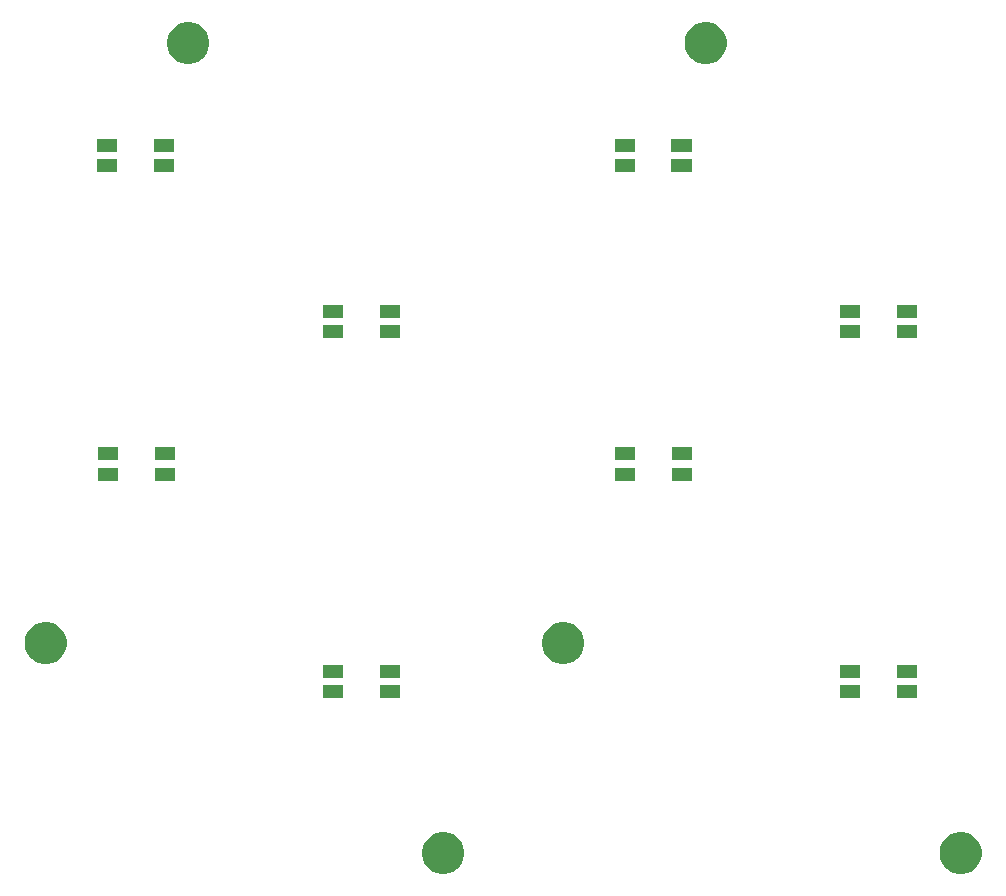
<source format=gbs>
G04 #@! TF.GenerationSoftware,KiCad,Pcbnew,5.0.2-bee76a0~70~ubuntu18.04.1*
G04 #@! TF.CreationDate,2019-07-23T02:31:20+09:00*
G04 #@! TF.ProjectId,shieldL,73686965-6c64-44c2-9e6b-696361645f70,rev?*
G04 #@! TF.SameCoordinates,Original*
G04 #@! TF.FileFunction,Soldermask,Bot*
G04 #@! TF.FilePolarity,Negative*
%FSLAX46Y46*%
G04 Gerber Fmt 4.6, Leading zero omitted, Abs format (unit mm)*
G04 Created by KiCad (PCBNEW 5.0.2-bee76a0~70~ubuntu18.04.1) date 2019年07月23日 02時31分20秒*
%MOMM*%
%LPD*%
G01*
G04 APERTURE LIST*
%ADD10C,0.100000*%
G04 APERTURE END LIST*
D10*
G36*
X137626986Y-176008689D02*
X137952016Y-176143321D01*
X138244541Y-176338780D01*
X138493304Y-176587543D01*
X138688763Y-176880068D01*
X138823395Y-177205098D01*
X138892029Y-177550148D01*
X138892029Y-177901962D01*
X138823395Y-178247012D01*
X138688763Y-178572042D01*
X138493304Y-178864567D01*
X138244541Y-179113330D01*
X137952016Y-179308789D01*
X137626986Y-179443421D01*
X137281936Y-179512055D01*
X136930122Y-179512055D01*
X136585072Y-179443421D01*
X136260042Y-179308789D01*
X135967517Y-179113330D01*
X135718754Y-178864567D01*
X135523295Y-178572042D01*
X135388663Y-178247012D01*
X135320029Y-177901962D01*
X135320029Y-177550148D01*
X135388663Y-177205098D01*
X135523295Y-176880068D01*
X135718754Y-176587543D01*
X135967517Y-176338780D01*
X136260042Y-176143321D01*
X136585072Y-176008689D01*
X136930122Y-175940055D01*
X137281936Y-175940055D01*
X137626986Y-176008689D01*
X137626986Y-176008689D01*
G37*
G36*
X93811986Y-176008689D02*
X94137016Y-176143321D01*
X94429541Y-176338780D01*
X94678304Y-176587543D01*
X94873763Y-176880068D01*
X95008395Y-177205098D01*
X95077029Y-177550148D01*
X95077029Y-177901962D01*
X95008395Y-178247012D01*
X94873763Y-178572042D01*
X94678304Y-178864567D01*
X94429541Y-179113330D01*
X94137016Y-179308789D01*
X93811986Y-179443421D01*
X93466936Y-179512055D01*
X93115122Y-179512055D01*
X92770072Y-179443421D01*
X92445042Y-179308789D01*
X92152517Y-179113330D01*
X91903754Y-178864567D01*
X91708295Y-178572042D01*
X91573663Y-178247012D01*
X91505029Y-177901962D01*
X91505029Y-177550148D01*
X91573663Y-177205098D01*
X91708295Y-176880068D01*
X91903754Y-176587543D01*
X92152517Y-176338780D01*
X92445042Y-176143321D01*
X92770072Y-176008689D01*
X93115122Y-175940055D01*
X93466936Y-175940055D01*
X93811986Y-176008689D01*
X93811986Y-176008689D01*
G37*
G36*
X133426000Y-164621000D02*
X131724000Y-164621000D01*
X131724000Y-163519000D01*
X133426000Y-163519000D01*
X133426000Y-164621000D01*
X133426000Y-164621000D01*
G37*
G36*
X89611000Y-164621000D02*
X87909000Y-164621000D01*
X87909000Y-163519000D01*
X89611000Y-163519000D01*
X89611000Y-164621000D01*
X89611000Y-164621000D01*
G37*
G36*
X84811000Y-164621000D02*
X83109000Y-164621000D01*
X83109000Y-163519000D01*
X84811000Y-163519000D01*
X84811000Y-164621000D01*
X84811000Y-164621000D01*
G37*
G36*
X128626000Y-164621000D02*
X126924000Y-164621000D01*
X126924000Y-163519000D01*
X128626000Y-163519000D01*
X128626000Y-164621000D01*
X128626000Y-164621000D01*
G37*
G36*
X128626000Y-162871000D02*
X126924000Y-162871000D01*
X126924000Y-161769000D01*
X128626000Y-161769000D01*
X128626000Y-162871000D01*
X128626000Y-162871000D01*
G37*
G36*
X84811000Y-162871000D02*
X83109000Y-162871000D01*
X83109000Y-161769000D01*
X84811000Y-161769000D01*
X84811000Y-162871000D01*
X84811000Y-162871000D01*
G37*
G36*
X133426000Y-162871000D02*
X131724000Y-162871000D01*
X131724000Y-161769000D01*
X133426000Y-161769000D01*
X133426000Y-162871000D01*
X133426000Y-162871000D01*
G37*
G36*
X89611000Y-162871000D02*
X87909000Y-162871000D01*
X87909000Y-161769000D01*
X89611000Y-161769000D01*
X89611000Y-162871000D01*
X89611000Y-162871000D01*
G37*
G36*
X60156986Y-158228689D02*
X60482016Y-158363321D01*
X60774541Y-158558780D01*
X61023304Y-158807543D01*
X61218763Y-159100068D01*
X61353395Y-159425098D01*
X61422029Y-159770148D01*
X61422029Y-160121962D01*
X61353395Y-160467012D01*
X61218763Y-160792042D01*
X61023304Y-161084567D01*
X60774541Y-161333330D01*
X60482016Y-161528789D01*
X60156986Y-161663421D01*
X59811936Y-161732055D01*
X59460122Y-161732055D01*
X59115072Y-161663421D01*
X58790042Y-161528789D01*
X58497517Y-161333330D01*
X58248754Y-161084567D01*
X58053295Y-160792042D01*
X57918663Y-160467012D01*
X57850029Y-160121962D01*
X57850029Y-159770148D01*
X57918663Y-159425098D01*
X58053295Y-159100068D01*
X58248754Y-158807543D01*
X58497517Y-158558780D01*
X58790042Y-158363321D01*
X59115072Y-158228689D01*
X59460122Y-158160055D01*
X59811936Y-158160055D01*
X60156986Y-158228689D01*
X60156986Y-158228689D01*
G37*
G36*
X103971986Y-158228689D02*
X104297016Y-158363321D01*
X104589541Y-158558780D01*
X104838304Y-158807543D01*
X105033763Y-159100068D01*
X105168395Y-159425098D01*
X105237029Y-159770148D01*
X105237029Y-160121962D01*
X105168395Y-160467012D01*
X105033763Y-160792042D01*
X104838304Y-161084567D01*
X104589541Y-161333330D01*
X104297016Y-161528789D01*
X103971986Y-161663421D01*
X103626936Y-161732055D01*
X103275122Y-161732055D01*
X102930072Y-161663421D01*
X102605042Y-161528789D01*
X102312517Y-161333330D01*
X102063754Y-161084567D01*
X101868295Y-160792042D01*
X101733663Y-160467012D01*
X101665029Y-160121962D01*
X101665029Y-159770148D01*
X101733663Y-159425098D01*
X101868295Y-159100068D01*
X102063754Y-158807543D01*
X102312517Y-158558780D01*
X102605042Y-158363321D01*
X102930072Y-158228689D01*
X103275122Y-158160055D01*
X103626936Y-158160055D01*
X103971986Y-158228689D01*
X103971986Y-158228689D01*
G37*
G36*
X114376000Y-146206000D02*
X112674000Y-146206000D01*
X112674000Y-145104000D01*
X114376000Y-145104000D01*
X114376000Y-146206000D01*
X114376000Y-146206000D01*
G37*
G36*
X65761000Y-146206000D02*
X64059000Y-146206000D01*
X64059000Y-145104000D01*
X65761000Y-145104000D01*
X65761000Y-146206000D01*
X65761000Y-146206000D01*
G37*
G36*
X109576000Y-146206000D02*
X107874000Y-146206000D01*
X107874000Y-145104000D01*
X109576000Y-145104000D01*
X109576000Y-146206000D01*
X109576000Y-146206000D01*
G37*
G36*
X70561000Y-146206000D02*
X68859000Y-146206000D01*
X68859000Y-145104000D01*
X70561000Y-145104000D01*
X70561000Y-146206000D01*
X70561000Y-146206000D01*
G37*
G36*
X109576000Y-144456000D02*
X107874000Y-144456000D01*
X107874000Y-143354000D01*
X109576000Y-143354000D01*
X109576000Y-144456000D01*
X109576000Y-144456000D01*
G37*
G36*
X70561000Y-144456000D02*
X68859000Y-144456000D01*
X68859000Y-143354000D01*
X70561000Y-143354000D01*
X70561000Y-144456000D01*
X70561000Y-144456000D01*
G37*
G36*
X65761000Y-144456000D02*
X64059000Y-144456000D01*
X64059000Y-143354000D01*
X65761000Y-143354000D01*
X65761000Y-144456000D01*
X65761000Y-144456000D01*
G37*
G36*
X114376000Y-144456000D02*
X112674000Y-144456000D01*
X112674000Y-143354000D01*
X114376000Y-143354000D01*
X114376000Y-144456000D01*
X114376000Y-144456000D01*
G37*
G36*
X128626000Y-134141000D02*
X126924000Y-134141000D01*
X126924000Y-133039000D01*
X128626000Y-133039000D01*
X128626000Y-134141000D01*
X128626000Y-134141000D01*
G37*
G36*
X133426000Y-134141000D02*
X131724000Y-134141000D01*
X131724000Y-133039000D01*
X133426000Y-133039000D01*
X133426000Y-134141000D01*
X133426000Y-134141000D01*
G37*
G36*
X89611000Y-134141000D02*
X87909000Y-134141000D01*
X87909000Y-133039000D01*
X89611000Y-133039000D01*
X89611000Y-134141000D01*
X89611000Y-134141000D01*
G37*
G36*
X84811000Y-134141000D02*
X83109000Y-134141000D01*
X83109000Y-133039000D01*
X84811000Y-133039000D01*
X84811000Y-134141000D01*
X84811000Y-134141000D01*
G37*
G36*
X84811000Y-132391000D02*
X83109000Y-132391000D01*
X83109000Y-131289000D01*
X84811000Y-131289000D01*
X84811000Y-132391000D01*
X84811000Y-132391000D01*
G37*
G36*
X89611000Y-132391000D02*
X87909000Y-132391000D01*
X87909000Y-131289000D01*
X89611000Y-131289000D01*
X89611000Y-132391000D01*
X89611000Y-132391000D01*
G37*
G36*
X128626000Y-132391000D02*
X126924000Y-132391000D01*
X126924000Y-131289000D01*
X128626000Y-131289000D01*
X128626000Y-132391000D01*
X128626000Y-132391000D01*
G37*
G36*
X133426000Y-132391000D02*
X131724000Y-132391000D01*
X131724000Y-131289000D01*
X133426000Y-131289000D01*
X133426000Y-132391000D01*
X133426000Y-132391000D01*
G37*
G36*
X65707029Y-120097055D02*
X64005029Y-120097055D01*
X64005029Y-118995055D01*
X65707029Y-118995055D01*
X65707029Y-120097055D01*
X65707029Y-120097055D01*
G37*
G36*
X109522029Y-120097055D02*
X107820029Y-120097055D01*
X107820029Y-118995055D01*
X109522029Y-118995055D01*
X109522029Y-120097055D01*
X109522029Y-120097055D01*
G37*
G36*
X114322029Y-120097055D02*
X112620029Y-120097055D01*
X112620029Y-118995055D01*
X114322029Y-118995055D01*
X114322029Y-120097055D01*
X114322029Y-120097055D01*
G37*
G36*
X70507029Y-120097055D02*
X68805029Y-120097055D01*
X68805029Y-118995055D01*
X70507029Y-118995055D01*
X70507029Y-120097055D01*
X70507029Y-120097055D01*
G37*
G36*
X109522029Y-118347055D02*
X107820029Y-118347055D01*
X107820029Y-117245055D01*
X109522029Y-117245055D01*
X109522029Y-118347055D01*
X109522029Y-118347055D01*
G37*
G36*
X114322029Y-118347055D02*
X112620029Y-118347055D01*
X112620029Y-117245055D01*
X114322029Y-117245055D01*
X114322029Y-118347055D01*
X114322029Y-118347055D01*
G37*
G36*
X70507029Y-118347055D02*
X68805029Y-118347055D01*
X68805029Y-117245055D01*
X70507029Y-117245055D01*
X70507029Y-118347055D01*
X70507029Y-118347055D01*
G37*
G36*
X65707029Y-118347055D02*
X64005029Y-118347055D01*
X64005029Y-117245055D01*
X65707029Y-117245055D01*
X65707029Y-118347055D01*
X65707029Y-118347055D01*
G37*
G36*
X116036986Y-107428689D02*
X116362016Y-107563321D01*
X116654541Y-107758780D01*
X116903304Y-108007543D01*
X117098763Y-108300068D01*
X117233395Y-108625098D01*
X117302029Y-108970148D01*
X117302029Y-109321962D01*
X117233395Y-109667012D01*
X117098763Y-109992042D01*
X116903304Y-110284567D01*
X116654541Y-110533330D01*
X116362016Y-110728789D01*
X116036986Y-110863421D01*
X115691936Y-110932055D01*
X115340122Y-110932055D01*
X114995072Y-110863421D01*
X114670042Y-110728789D01*
X114377517Y-110533330D01*
X114128754Y-110284567D01*
X113933295Y-109992042D01*
X113798663Y-109667012D01*
X113730029Y-109321962D01*
X113730029Y-108970148D01*
X113798663Y-108625098D01*
X113933295Y-108300068D01*
X114128754Y-108007543D01*
X114377517Y-107758780D01*
X114670042Y-107563321D01*
X114995072Y-107428689D01*
X115340122Y-107360055D01*
X115691936Y-107360055D01*
X116036986Y-107428689D01*
X116036986Y-107428689D01*
G37*
G36*
X72221986Y-107428689D02*
X72547016Y-107563321D01*
X72839541Y-107758780D01*
X73088304Y-108007543D01*
X73283763Y-108300068D01*
X73418395Y-108625098D01*
X73487029Y-108970148D01*
X73487029Y-109321962D01*
X73418395Y-109667012D01*
X73283763Y-109992042D01*
X73088304Y-110284567D01*
X72839541Y-110533330D01*
X72547016Y-110728789D01*
X72221986Y-110863421D01*
X71876936Y-110932055D01*
X71525122Y-110932055D01*
X71180072Y-110863421D01*
X70855042Y-110728789D01*
X70562517Y-110533330D01*
X70313754Y-110284567D01*
X70118295Y-109992042D01*
X69983663Y-109667012D01*
X69915029Y-109321962D01*
X69915029Y-108970148D01*
X69983663Y-108625098D01*
X70118295Y-108300068D01*
X70313754Y-108007543D01*
X70562517Y-107758780D01*
X70855042Y-107563321D01*
X71180072Y-107428689D01*
X71525122Y-107360055D01*
X71876936Y-107360055D01*
X72221986Y-107428689D01*
X72221986Y-107428689D01*
G37*
M02*

</source>
